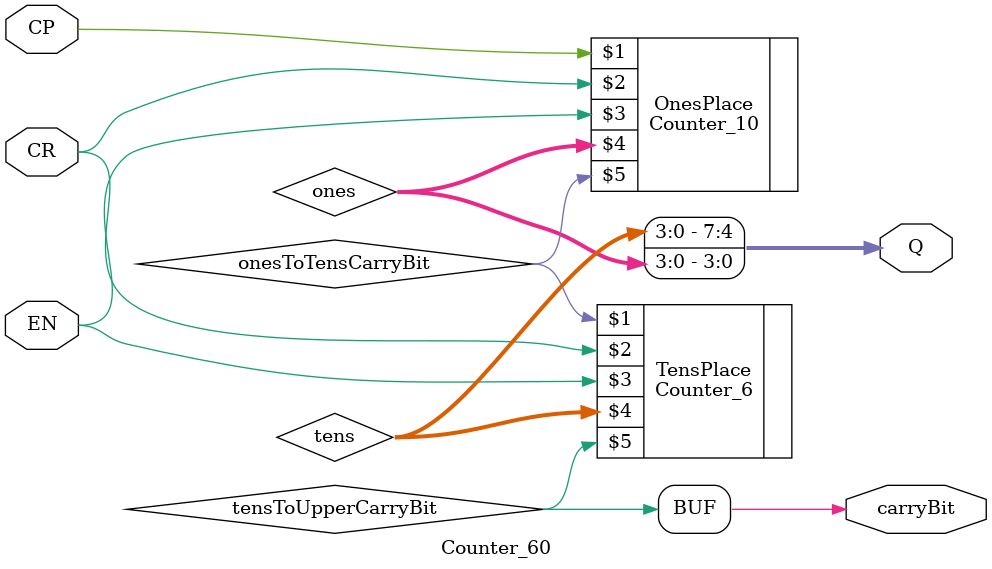
<source format=v>
`timescale 1ns / 1ps


module Counter_60(
    input CP,
    input EN,
    input CR,
    output reg [7:0] Q,
    output reg carryBit
    );
    wire onesToTensCarryBit;
    wire tensToUpperCarryBit;
    wire [3:0] ones,tens;
    Counter_10 OnesPlace(CP,CR,EN,ones,onesToTensCarryBit);
    Counter_6 TensPlace(onesToTensCarryBit,CR,EN,tens,tensToUpperCarryBit);
    always @(*) Q = {tens[3:0],ones[3:0]};
    always @(*) carryBit = tensToUpperCarryBit;
endmodule

</source>
